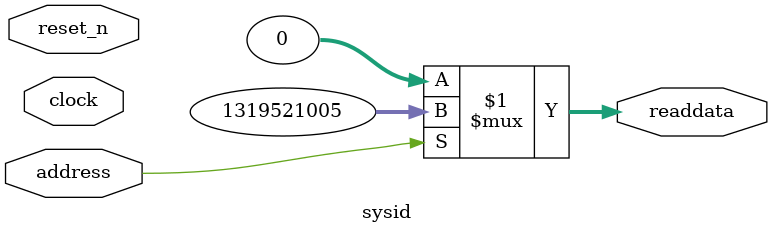
<source format=v>

`timescale 1ns / 1ps
// synthesis translate_on

// turn off superfluous verilog processor warnings 
// altera message_level Level1 
// altera message_off 10034 10035 10036 10037 10230 10240 10030 

module sysid (
               // inputs:
                address,
                clock,
                reset_n,

               // outputs:
                readdata
             )
;

  output  [ 31: 0] readdata;
  input            address;
  input            clock;
  input            reset_n;

  wire    [ 31: 0] readdata;
  //control_slave, which is an e_avalon_slave
  assign readdata = address ? 1319521005 : 0;

endmodule


</source>
